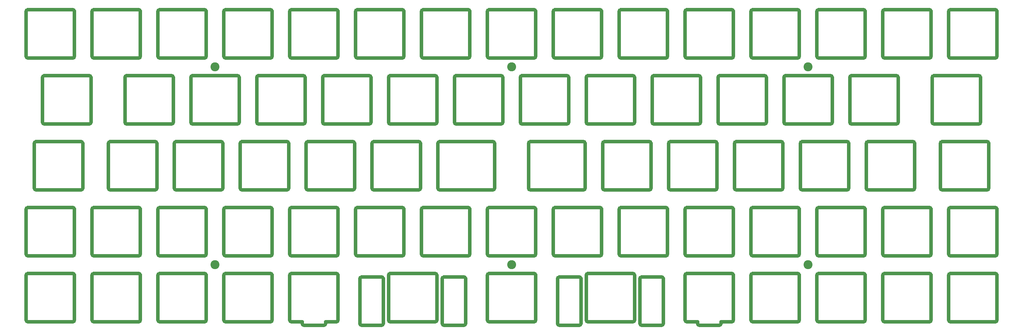
<source format=gbr>
%TF.GenerationSoftware,KiCad,Pcbnew,7.0.10*%
%TF.CreationDate,2024-02-11T20:50:25+01:00*%
%TF.ProjectId,katana60-pro-plate,6b617461-6e61-4363-902d-70726f2d706c,rev?*%
%TF.SameCoordinates,Original*%
%TF.FileFunction,Copper,L2,Bot*%
%TF.FilePolarity,Positive*%
%FSLAX46Y46*%
G04 Gerber Fmt 4.6, Leading zero omitted, Abs format (unit mm)*
G04 Created by KiCad (PCBNEW 7.0.10) date 2024-02-11 20:50:25*
%MOMM*%
%LPD*%
G01*
G04 APERTURE LIST*
%TA.AperFunction,EtchedComponent*%
%ADD10C,1.000000*%
%TD*%
%TA.AperFunction,ComponentPad*%
%ADD11C,2.600000*%
%TD*%
G04 APERTURE END LIST*
D10*
%TO.C,S2*%
X219668750Y-151662501D02*
X219668750Y-164662501D01*
X220168750Y-151162501D02*
X225918750Y-151162501D01*
X220168750Y-165162501D02*
X225918750Y-165162501D01*
X226418750Y-151662501D02*
X226418750Y-164662501D01*
X227950000Y-163662500D02*
X227950000Y-150662500D01*
X228450000Y-150162500D02*
X241450000Y-150162500D01*
X241450000Y-164162500D02*
X228450000Y-164162500D01*
X241950000Y-150662500D02*
X241950000Y-163662500D01*
X243481250Y-151662501D02*
X243481250Y-164662501D01*
X243981250Y-151162501D02*
X249731250Y-151162501D01*
X243981250Y-165162501D02*
X249731250Y-165162501D01*
X250231250Y-151662501D02*
X250231250Y-164662501D01*
X220168750Y-151162501D02*
G75*
G03*
X219668750Y-151662501I1J-500001D01*
G01*
X219668750Y-164662501D02*
G75*
G03*
X220168750Y-165162501I500001J1D01*
G01*
X226418750Y-151662501D02*
G75*
G03*
X225918750Y-151162501I-500001J-1D01*
G01*
X225918750Y-165162501D02*
G75*
G03*
X226418750Y-164662501I-1J500001D01*
G01*
X228450000Y-150162500D02*
G75*
G03*
X227950000Y-150662500I1J-500001D01*
G01*
X227950000Y-163662500D02*
G75*
G03*
X228450000Y-164162500I500001J1D01*
G01*
X241950000Y-150662500D02*
G75*
G03*
X241450000Y-150162500I-500000J0D01*
G01*
X241447236Y-164161436D02*
G75*
G03*
X241947236Y-163661384I-36J500036D01*
G01*
X243981250Y-151162450D02*
G75*
G03*
X243481250Y-151662501I50J-500050D01*
G01*
X243481299Y-164662501D02*
G75*
G03*
X243981250Y-165162501I500001J1D01*
G01*
X250231199Y-151662501D02*
G75*
G03*
X249731250Y-151162501I-499999J1D01*
G01*
X249731250Y-165162550D02*
G75*
G03*
X250231250Y-164662501I-50J500050D01*
G01*
%TO.C,S3*%
X142225000Y-163662500D02*
X142225000Y-150662500D01*
X142725000Y-150162500D02*
X155725000Y-150162500D01*
X145850000Y-164162500D02*
X142725000Y-164162500D01*
X145850000Y-164162500D02*
X145850000Y-164662501D01*
X146350000Y-165162501D02*
X152100000Y-165162501D01*
X152600000Y-164162500D02*
X152600000Y-164662501D01*
X152600000Y-164162500D02*
X155722236Y-164161384D01*
X156225000Y-150662500D02*
X156225000Y-163662500D01*
X199375000Y-163662500D02*
X199375000Y-150662500D01*
X199875000Y-150162500D02*
X212875000Y-150162500D01*
X212875000Y-164162500D02*
X199875000Y-164162500D01*
X213375000Y-150662500D02*
X213375000Y-163662500D01*
X256525000Y-163662500D02*
X256525000Y-150662500D01*
X257025000Y-150162500D02*
X270025000Y-150162500D01*
X260150000Y-164162500D02*
X260150000Y-164662501D01*
X260150605Y-164162500D02*
X257025000Y-164162500D01*
X260650000Y-165162501D02*
X266400000Y-165162501D01*
X266900000Y-164162500D02*
X266900000Y-164662501D01*
X266900000Y-164162500D02*
X270022236Y-164161384D01*
X270525000Y-150662500D02*
X270525000Y-163662500D01*
X142725000Y-150162500D02*
G75*
G03*
X142225000Y-150662500I1J-500001D01*
G01*
X142225000Y-163662500D02*
G75*
G03*
X142725000Y-164162500I500001J1D01*
G01*
X145850000Y-164662501D02*
G75*
G03*
X146350000Y-165162501I500001J1D01*
G01*
X152100000Y-165162501D02*
G75*
G03*
X152600000Y-164662501I-1J500001D01*
G01*
X156225000Y-150662500D02*
G75*
G03*
X155725000Y-150162500I-500001J-1D01*
G01*
X155722236Y-164161384D02*
G75*
G03*
X156222236Y-163661384I-112J500112D01*
G01*
X199875000Y-150162500D02*
G75*
G03*
X199375000Y-150662500I1J-500001D01*
G01*
X199375000Y-163662500D02*
G75*
G03*
X199875000Y-164162500I500001J1D01*
G01*
X213375000Y-150662500D02*
G75*
G03*
X212875000Y-150162500I-500000J0D01*
G01*
X212872236Y-164161436D02*
G75*
G03*
X213372236Y-163661384I-36J500036D01*
G01*
X257025000Y-150162500D02*
G75*
G03*
X256525000Y-150662500I0J-500000D01*
G01*
X256525000Y-163662500D02*
G75*
G03*
X257025000Y-164162500I500000J0D01*
G01*
X260149999Y-164662501D02*
G75*
G03*
X260650000Y-165162501I500001J1D01*
G01*
X266400000Y-165162500D02*
G75*
G03*
X266900000Y-164662501I0J500000D01*
G01*
X270525000Y-150662500D02*
G75*
G03*
X270025000Y-150162500I-500000J0D01*
G01*
X270022236Y-164161436D02*
G75*
G03*
X270522236Y-163661384I-136J500136D01*
G01*
%TO.C,S1*%
X162518750Y-151662501D02*
X162518750Y-164662501D01*
X163018750Y-151162501D02*
X168768750Y-151162501D01*
X163018750Y-165162501D02*
X168768750Y-165162501D01*
X169268750Y-151662501D02*
X169268750Y-164662501D01*
X170800000Y-163662500D02*
X170800000Y-150662500D01*
X171300000Y-150162500D02*
X184300000Y-150162500D01*
X184300000Y-164162500D02*
X171300000Y-164162500D01*
X184800000Y-150662500D02*
X184800000Y-163662500D01*
X186331250Y-151662501D02*
X186331250Y-164662501D01*
X186831250Y-151162501D02*
X192581250Y-151162501D01*
X186831250Y-165162501D02*
X192581250Y-165162501D01*
X193081250Y-151662501D02*
X193081250Y-164662501D01*
X163018750Y-151162501D02*
G75*
G03*
X162518750Y-151662501I1J-500001D01*
G01*
X162518750Y-164662501D02*
G75*
G03*
X163018750Y-165162501I500001J1D01*
G01*
X169268750Y-151662501D02*
G75*
G03*
X168768750Y-151162501I-500001J-1D01*
G01*
X168768750Y-165162501D02*
G75*
G03*
X169268750Y-164662501I-1J500001D01*
G01*
X171300000Y-150162500D02*
G75*
G03*
X170800000Y-150662500I1J-500001D01*
G01*
X170800000Y-163662500D02*
G75*
G03*
X171300000Y-164162500I500001J1D01*
G01*
X184800000Y-150662500D02*
G75*
G03*
X184300000Y-150162500I-500000J0D01*
G01*
X184297236Y-164161436D02*
G75*
G03*
X184797236Y-163661384I-36J500036D01*
G01*
X186831250Y-151162450D02*
G75*
G03*
X186331250Y-151662501I50J-500050D01*
G01*
X186331299Y-164662501D02*
G75*
G03*
X186831250Y-165162501I500001J1D01*
G01*
X193081199Y-151662501D02*
G75*
G03*
X192581250Y-151162501I-499999J1D01*
G01*
X192581250Y-165162550D02*
G75*
G03*
X193081250Y-164662501I-50J500050D01*
G01*
%TO.C,MX56*%
X270525000Y-131612500D02*
X270525000Y-144612500D01*
X270025000Y-145112500D02*
X257025000Y-145112500D01*
X257025000Y-131112500D02*
X270025000Y-131112500D01*
X256525000Y-144612500D02*
X256525000Y-131612500D01*
X270022236Y-145111384D02*
G75*
G03*
X270522236Y-144611384I2J499998D01*
G01*
X270525000Y-131612500D02*
G75*
G03*
X270025000Y-131112500I-499998J2D01*
G01*
X256525000Y-144612500D02*
G75*
G03*
X257025000Y-145112500I500000J0D01*
G01*
X257025000Y-131112500D02*
G75*
G03*
X256525000Y-131612500I0J-500000D01*
G01*
%TO.C,MX73*%
X308625000Y-150662500D02*
X308625000Y-163662500D01*
X308125000Y-164162500D02*
X295125000Y-164162500D01*
X295125000Y-150162500D02*
X308125000Y-150162500D01*
X294625000Y-163662500D02*
X294625000Y-150662500D01*
X308122236Y-164161384D02*
G75*
G03*
X308622236Y-163661384I2J499998D01*
G01*
X308625000Y-150662500D02*
G75*
G03*
X308125000Y-150162500I-499998J2D01*
G01*
X294625000Y-163662500D02*
G75*
G03*
X295125000Y-164162500I500000J0D01*
G01*
X295125000Y-150162500D02*
G75*
G03*
X294625000Y-150662500I0J-500000D01*
G01*
%TO.C,MX19*%
X146700000Y-93512500D02*
X146700000Y-106512500D01*
X146200000Y-107012500D02*
X133200000Y-107012500D01*
X133200000Y-93012500D02*
X146200000Y-93012500D01*
X132700000Y-106512500D02*
X132700000Y-93512500D01*
X146197236Y-107011384D02*
G75*
G03*
X146697236Y-106511384I2J499998D01*
G01*
X146700000Y-93512500D02*
G75*
G03*
X146200000Y-93012500I-499998J2D01*
G01*
X132700000Y-106512500D02*
G75*
G03*
X133200000Y-107012500I500000J0D01*
G01*
X133200000Y-93012500D02*
G75*
G03*
X132700000Y-93512500I0J-500000D01*
G01*
%TO.C,MX45*%
X344343750Y-112562500D02*
X344343750Y-125562500D01*
X343843750Y-126062500D02*
X330843750Y-126062500D01*
X330843750Y-112062500D02*
X343843750Y-112062500D01*
X330343750Y-125562500D02*
X330343750Y-112562500D01*
X343840986Y-126061384D02*
G75*
G03*
X344340986Y-125561384I2J499998D01*
G01*
X344343750Y-112562500D02*
G75*
G03*
X343843750Y-112062500I-499998J2D01*
G01*
X330343750Y-125562500D02*
G75*
G03*
X330843750Y-126062500I500000J0D01*
G01*
X330843750Y-112062500D02*
G75*
G03*
X330343750Y-112562500I0J-500000D01*
G01*
%TO.C,MX5*%
X156225000Y-74462500D02*
X156225000Y-87462500D01*
X155725000Y-87962500D02*
X142725000Y-87962500D01*
X142725000Y-73962500D02*
X155725000Y-73962500D01*
X142225000Y-87462500D02*
X142225000Y-74462500D01*
X155722236Y-87961384D02*
G75*
G03*
X156222236Y-87461384I2J499998D01*
G01*
X156225000Y-74462500D02*
G75*
G03*
X155725000Y-73962500I-499998J2D01*
G01*
X142225000Y-87462500D02*
G75*
G03*
X142725000Y-87962500I500000J0D01*
G01*
X142725000Y-73962500D02*
G75*
G03*
X142225000Y-74462500I0J-500000D01*
G01*
%TO.C,MX16*%
X84787500Y-93512500D02*
X84787500Y-106512500D01*
X84287500Y-107012500D02*
X71287500Y-107012500D01*
X71287500Y-93012500D02*
X84287500Y-93012500D01*
X70787500Y-106512500D02*
X70787500Y-93512500D01*
X84284736Y-107011384D02*
G75*
G03*
X84784736Y-106511384I2J499998D01*
G01*
X84787500Y-93512500D02*
G75*
G03*
X84287500Y-93012500I-499998J2D01*
G01*
X70787500Y-106512500D02*
G75*
G03*
X71287500Y-107012500I500000J0D01*
G01*
X71287500Y-93012500D02*
G75*
G03*
X70787500Y-93512500I0J-500000D01*
G01*
%TO.C,MX51*%
X175275000Y-131612500D02*
X175275000Y-144612500D01*
X174775000Y-145112500D02*
X161775000Y-145112500D01*
X161775000Y-131112500D02*
X174775000Y-131112500D01*
X161275000Y-144612500D02*
X161275000Y-131612500D01*
X174772236Y-145111384D02*
G75*
G03*
X175272236Y-144611384I2J499998D01*
G01*
X175275000Y-131612500D02*
G75*
G03*
X174775000Y-131112500I-499998J2D01*
G01*
X161275000Y-144612500D02*
G75*
G03*
X161775000Y-145112500I500000J0D01*
G01*
X161775000Y-131112500D02*
G75*
G03*
X161275000Y-131612500I0J-500000D01*
G01*
%TO.C,MX40*%
X246712500Y-112562500D02*
X246712500Y-125562500D01*
X246212500Y-126062500D02*
X233212500Y-126062500D01*
X233212500Y-112062500D02*
X246212500Y-112062500D01*
X232712500Y-125562500D02*
X232712500Y-112562500D01*
X246209736Y-126061384D02*
G75*
G03*
X246709736Y-125561384I2J499998D01*
G01*
X246712500Y-112562500D02*
G75*
G03*
X246212500Y-112062500I-499998J2D01*
G01*
X232712500Y-125562500D02*
G75*
G03*
X233212500Y-126062500I500000J0D01*
G01*
X233212500Y-112062500D02*
G75*
G03*
X232712500Y-112562500I0J-500000D01*
G01*
%TO.C,MX8*%
X213375000Y-74462500D02*
X213375000Y-87462500D01*
X212875000Y-87962500D02*
X199875000Y-87962500D01*
X199875000Y-73962500D02*
X212875000Y-73962500D01*
X199375000Y-87462500D02*
X199375000Y-74462500D01*
X212872236Y-87961384D02*
G75*
G03*
X213372236Y-87461384I2J499998D01*
G01*
X213375000Y-74462500D02*
G75*
G03*
X212875000Y-73962500I-499998J2D01*
G01*
X199375000Y-87462500D02*
G75*
G03*
X199875000Y-87962500I500000J0D01*
G01*
X199875000Y-73962500D02*
G75*
G03*
X199375000Y-74462500I0J-500000D01*
G01*
%TO.C,MX7*%
X194325000Y-74462500D02*
X194325000Y-87462500D01*
X193825000Y-87962500D02*
X180825000Y-87962500D01*
X180825000Y-73962500D02*
X193825000Y-73962500D01*
X180325000Y-87462500D02*
X180325000Y-74462500D01*
X193822236Y-87961384D02*
G75*
G03*
X194322236Y-87461384I2J499998D01*
G01*
X194325000Y-74462500D02*
G75*
G03*
X193825000Y-73962500I-499998J2D01*
G01*
X180325000Y-87462500D02*
G75*
G03*
X180825000Y-87962500I500000J0D01*
G01*
X180825000Y-73962500D02*
G75*
G03*
X180325000Y-74462500I0J-500000D01*
G01*
%TO.C,MX26*%
X261000000Y-93512500D02*
X261000000Y-106512500D01*
X260500000Y-107012500D02*
X247500000Y-107012500D01*
X247500000Y-93012500D02*
X260500000Y-93012500D01*
X247000000Y-106512500D02*
X247000000Y-93512500D01*
X260497236Y-107011384D02*
G75*
G03*
X260997236Y-106511384I2J499998D01*
G01*
X261000000Y-93512500D02*
G75*
G03*
X260500000Y-93012500I-499998J2D01*
G01*
X247000000Y-106512500D02*
G75*
G03*
X247500000Y-107012500I500000J0D01*
G01*
X247500000Y-93012500D02*
G75*
G03*
X247000000Y-93512500I0J-500000D01*
G01*
%TO.C,MX41*%
X265762500Y-112562500D02*
X265762500Y-125562500D01*
X265262500Y-126062500D02*
X252262500Y-126062500D01*
X252262500Y-112062500D02*
X265262500Y-112062500D01*
X251762500Y-125562500D02*
X251762500Y-112562500D01*
X265259736Y-126061384D02*
G75*
G03*
X265759736Y-125561384I2J499998D01*
G01*
X265762500Y-112562500D02*
G75*
G03*
X265262500Y-112062500I-499998J2D01*
G01*
X251762500Y-125562500D02*
G75*
G03*
X252262500Y-126062500I500000J0D01*
G01*
X252262500Y-112062500D02*
G75*
G03*
X251762500Y-112562500I0J-500000D01*
G01*
%TO.C,MX48*%
X118125000Y-131612500D02*
X118125000Y-144612500D01*
X117625000Y-145112500D02*
X104625000Y-145112500D01*
X104625000Y-131112500D02*
X117625000Y-131112500D01*
X104125000Y-144612500D02*
X104125000Y-131612500D01*
X117622236Y-145111384D02*
G75*
G03*
X118122236Y-144611384I2J499998D01*
G01*
X118125000Y-131612500D02*
G75*
G03*
X117625000Y-131112500I-499998J2D01*
G01*
X104125000Y-144612500D02*
G75*
G03*
X104625000Y-145112500I500000J0D01*
G01*
X104625000Y-131112500D02*
G75*
G03*
X104125000Y-131612500I0J-500000D01*
G01*
%TO.C,MX22*%
X203850000Y-93512500D02*
X203850000Y-106512500D01*
X203350000Y-107012500D02*
X190350000Y-107012500D01*
X190350000Y-93012500D02*
X203350000Y-93012500D01*
X189850000Y-106512500D02*
X189850000Y-93512500D01*
X203347236Y-107011384D02*
G75*
G03*
X203847236Y-106511384I2J499998D01*
G01*
X203850000Y-93512500D02*
G75*
G03*
X203350000Y-93012500I-499998J2D01*
G01*
X189850000Y-106512500D02*
G75*
G03*
X190350000Y-107012500I500000J0D01*
G01*
X190350000Y-93012500D02*
G75*
G03*
X189850000Y-93512500I0J-500000D01*
G01*
%TO.C,MX35*%
X160987500Y-112562500D02*
X160987500Y-125562500D01*
X160487500Y-126062500D02*
X147487500Y-126062500D01*
X147487500Y-112062500D02*
X160487500Y-112062500D01*
X146987500Y-125562500D02*
X146987500Y-112562500D01*
X160484736Y-126061384D02*
G75*
G03*
X160984736Y-125561384I2J499998D01*
G01*
X160987500Y-112562500D02*
G75*
G03*
X160487500Y-112062500I-499998J2D01*
G01*
X146987500Y-125562500D02*
G75*
G03*
X147487500Y-126062500I500000J0D01*
G01*
X147487500Y-112062500D02*
G75*
G03*
X146987500Y-112562500I0J-500000D01*
G01*
%TO.C,MX32*%
X103837500Y-112562500D02*
X103837500Y-125562500D01*
X103337500Y-126062500D02*
X90337500Y-126062500D01*
X90337500Y-112062500D02*
X103337500Y-112062500D01*
X89837500Y-125562500D02*
X89837500Y-112562500D01*
X103334736Y-126061384D02*
G75*
G03*
X103834736Y-125561384I2J499998D01*
G01*
X103837500Y-112562500D02*
G75*
G03*
X103337500Y-112062500I-499998J2D01*
G01*
X89837500Y-125562500D02*
G75*
G03*
X90337500Y-126062500I500000J0D01*
G01*
X90337500Y-112062500D02*
G75*
G03*
X89837500Y-112562500I0J-500000D01*
G01*
%TO.C,MX2*%
X85075000Y-87462500D02*
X85075000Y-74462500D01*
X85575000Y-73962500D02*
X98575000Y-73962500D01*
X98575000Y-87962500D02*
X85575000Y-87962500D01*
X99075000Y-74462500D02*
X99075000Y-87462500D01*
X85577764Y-73963616D02*
G75*
G03*
X85077764Y-74463616I-2J-499998D01*
G01*
X85075000Y-87462500D02*
G75*
G03*
X85575000Y-87962500I499998J-2D01*
G01*
X99075000Y-74462500D02*
G75*
G03*
X98575000Y-73962500I-500000J0D01*
G01*
X98575000Y-87962500D02*
G75*
G03*
X99075000Y-87462500I0J500000D01*
G01*
%TO.C,MX14*%
X327675000Y-74462500D02*
X327675000Y-87462500D01*
X327175000Y-87962500D02*
X314175000Y-87962500D01*
X314175000Y-73962500D02*
X327175000Y-73962500D01*
X313675000Y-87462500D02*
X313675000Y-74462500D01*
X327172236Y-87961384D02*
G75*
G03*
X327672236Y-87461384I2J499998D01*
G01*
X327675000Y-74462500D02*
G75*
G03*
X327175000Y-73962500I-499998J2D01*
G01*
X313675000Y-87462500D02*
G75*
G03*
X314175000Y-87962500I500000J0D01*
G01*
X314175000Y-73962500D02*
G75*
G03*
X313675000Y-74462500I0J-500000D01*
G01*
%TO.C,MX54*%
X232425000Y-131612500D02*
X232425000Y-144612500D01*
X231925000Y-145112500D02*
X218925000Y-145112500D01*
X218925000Y-131112500D02*
X231925000Y-131112500D01*
X218425000Y-144612500D02*
X218425000Y-131612500D01*
X231922236Y-145111384D02*
G75*
G03*
X232422236Y-144611384I2J499998D01*
G01*
X232425000Y-131612500D02*
G75*
G03*
X231925000Y-131112500I-499998J2D01*
G01*
X218425000Y-144612500D02*
G75*
G03*
X218925000Y-145112500I500000J0D01*
G01*
X218925000Y-131112500D02*
G75*
G03*
X218425000Y-131612500I0J-500000D01*
G01*
%TO.C,MX10*%
X251475000Y-74462500D02*
X251475000Y-87462500D01*
X250975000Y-87962500D02*
X237975000Y-87962500D01*
X237975000Y-73962500D02*
X250975000Y-73962500D01*
X237475000Y-87462500D02*
X237475000Y-74462500D01*
X250972236Y-87961384D02*
G75*
G03*
X251472236Y-87461384I2J499998D01*
G01*
X251475000Y-74462500D02*
G75*
G03*
X250975000Y-73962500I-499998J2D01*
G01*
X237475000Y-87462500D02*
G75*
G03*
X237975000Y-87962500I500000J0D01*
G01*
X237975000Y-73962500D02*
G75*
G03*
X237475000Y-74462500I0J-500000D01*
G01*
%TO.C,MX20*%
X165750000Y-93512500D02*
X165750000Y-106512500D01*
X165250000Y-107012500D02*
X152250000Y-107012500D01*
X152250000Y-93012500D02*
X165250000Y-93012500D01*
X151750000Y-106512500D02*
X151750000Y-93512500D01*
X165247236Y-107011384D02*
G75*
G03*
X165747236Y-106511384I2J499998D01*
G01*
X165750000Y-93512500D02*
G75*
G03*
X165250000Y-93012500I-499998J2D01*
G01*
X151750000Y-106512500D02*
G75*
G03*
X152250000Y-107012500I500000J0D01*
G01*
X152250000Y-93012500D02*
G75*
G03*
X151750000Y-93512500I0J-500000D01*
G01*
%TO.C,MX42*%
X284812500Y-112562500D02*
X284812500Y-125562500D01*
X284312500Y-126062500D02*
X271312500Y-126062500D01*
X271312500Y-112062500D02*
X284312500Y-112062500D01*
X270812500Y-125562500D02*
X270812500Y-112562500D01*
X284309736Y-126061384D02*
G75*
G03*
X284809736Y-125561384I2J499998D01*
G01*
X284812500Y-112562500D02*
G75*
G03*
X284312500Y-112062500I-499998J2D01*
G01*
X270812500Y-125562500D02*
G75*
G03*
X271312500Y-126062500I500000J0D01*
G01*
X271312500Y-112062500D02*
G75*
G03*
X270812500Y-112562500I0J-500000D01*
G01*
%TO.C,MX24*%
X222900000Y-93512500D02*
X222900000Y-106512500D01*
X222400000Y-107012500D02*
X209400000Y-107012500D01*
X209400000Y-93012500D02*
X222400000Y-93012500D01*
X208900000Y-106512500D02*
X208900000Y-93512500D01*
X222397236Y-107011384D02*
G75*
G03*
X222897236Y-106511384I2J499998D01*
G01*
X222900000Y-93512500D02*
G75*
G03*
X222400000Y-93012500I-499998J2D01*
G01*
X208900000Y-106512500D02*
G75*
G03*
X209400000Y-107012500I500000J0D01*
G01*
X209400000Y-93012500D02*
G75*
G03*
X208900000Y-93512500I0J-500000D01*
G01*
%TO.C,MX12*%
X289575000Y-74462500D02*
X289575000Y-87462500D01*
X289075000Y-87962500D02*
X276075000Y-87962500D01*
X276075000Y-73962500D02*
X289075000Y-73962500D01*
X275575000Y-87462500D02*
X275575000Y-74462500D01*
X289072236Y-87961384D02*
G75*
G03*
X289572236Y-87461384I2J499998D01*
G01*
X289575000Y-74462500D02*
G75*
G03*
X289075000Y-73962500I-499998J2D01*
G01*
X275575000Y-87462500D02*
G75*
G03*
X276075000Y-87962500I500000J0D01*
G01*
X276075000Y-73962500D02*
G75*
G03*
X275575000Y-74462500I0J-500000D01*
G01*
%TO.C,MX46*%
X80025000Y-131612500D02*
X80025000Y-144612500D01*
X79525000Y-145112500D02*
X66525000Y-145112500D01*
X66525000Y-131112500D02*
X79525000Y-131112500D01*
X66025000Y-144612500D02*
X66025000Y-131612500D01*
X79522236Y-145111384D02*
G75*
G03*
X80022236Y-144611384I2J499998D01*
G01*
X80025000Y-131612500D02*
G75*
G03*
X79525000Y-131112500I-499998J2D01*
G01*
X66025000Y-144612500D02*
G75*
G03*
X66525000Y-145112500I500000J0D01*
G01*
X66525000Y-131112500D02*
G75*
G03*
X66025000Y-131612500I0J-500000D01*
G01*
%TO.C,MX15*%
X346725000Y-74462500D02*
X346725000Y-87462500D01*
X346225000Y-87962500D02*
X333225000Y-87962500D01*
X333225000Y-73962500D02*
X346225000Y-73962500D01*
X332725000Y-87462500D02*
X332725000Y-74462500D01*
X346222236Y-87961384D02*
G75*
G03*
X346722236Y-87461384I2J499998D01*
G01*
X346725000Y-74462500D02*
G75*
G03*
X346225000Y-73962500I-499998J2D01*
G01*
X332725000Y-87462500D02*
G75*
G03*
X333225000Y-87962500I500000J0D01*
G01*
X333225000Y-73962500D02*
G75*
G03*
X332725000Y-74462500I0J-500000D01*
G01*
%TO.C,MX50*%
X156225000Y-131612500D02*
X156225000Y-144612500D01*
X155725000Y-145112500D02*
X142725000Y-145112500D01*
X142725000Y-131112500D02*
X155725000Y-131112500D01*
X142225000Y-144612500D02*
X142225000Y-131612500D01*
X155722236Y-145111384D02*
G75*
G03*
X156222236Y-144611384I2J499998D01*
G01*
X156225000Y-131612500D02*
G75*
G03*
X155725000Y-131112500I-499998J2D01*
G01*
X142225000Y-144612500D02*
G75*
G03*
X142725000Y-145112500I500000J0D01*
G01*
X142725000Y-131112500D02*
G75*
G03*
X142225000Y-131612500I0J-500000D01*
G01*
%TO.C,MX1*%
X66025000Y-87462500D02*
X66025000Y-74462500D01*
X66525000Y-73962500D02*
X79525000Y-73962500D01*
X79525000Y-87962500D02*
X66525000Y-87962500D01*
X80025000Y-74462500D02*
X80025000Y-87462500D01*
X66527764Y-73963616D02*
G75*
G03*
X66027764Y-74463616I-2J-499998D01*
G01*
X66025000Y-87462500D02*
G75*
G03*
X66525000Y-87962500I499998J-2D01*
G01*
X80025000Y-74462500D02*
G75*
G03*
X79525000Y-73962500I-500000J0D01*
G01*
X79525000Y-87962500D02*
G75*
G03*
X80025000Y-87462500I0J500000D01*
G01*
%TO.C,MX29*%
X318150000Y-93512500D02*
X318150000Y-106512500D01*
X317650000Y-107012500D02*
X304650000Y-107012500D01*
X304650000Y-93012500D02*
X317650000Y-93012500D01*
X304150000Y-106512500D02*
X304150000Y-93512500D01*
X317647236Y-107011384D02*
G75*
G03*
X318147236Y-106511384I2J499998D01*
G01*
X318150000Y-93512500D02*
G75*
G03*
X317650000Y-93012500I-499998J2D01*
G01*
X304150000Y-106512500D02*
G75*
G03*
X304650000Y-107012500I500000J0D01*
G01*
X304650000Y-93012500D02*
G75*
G03*
X304150000Y-93512500I0J-500000D01*
G01*
%TO.C,MX57*%
X289575000Y-131612500D02*
X289575000Y-144612500D01*
X289075000Y-145112500D02*
X276075000Y-145112500D01*
X276075000Y-131112500D02*
X289075000Y-131112500D01*
X275575000Y-144612500D02*
X275575000Y-131612500D01*
X289072236Y-145111384D02*
G75*
G03*
X289572236Y-144611384I2J499998D01*
G01*
X289575000Y-131612500D02*
G75*
G03*
X289075000Y-131112500I-499998J2D01*
G01*
X275575000Y-144612500D02*
G75*
G03*
X276075000Y-145112500I500000J0D01*
G01*
X276075000Y-131112500D02*
G75*
G03*
X275575000Y-131612500I0J-500000D01*
G01*
%TO.C,MX18*%
X127650000Y-93512500D02*
X127650000Y-106512500D01*
X127150000Y-107012500D02*
X114150000Y-107012500D01*
X114150000Y-93012500D02*
X127150000Y-93012500D01*
X113650000Y-106512500D02*
X113650000Y-93512500D01*
X127147236Y-107011384D02*
G75*
G03*
X127647236Y-106511384I2J499998D01*
G01*
X127650000Y-93512500D02*
G75*
G03*
X127150000Y-93012500I-499998J2D01*
G01*
X113650000Y-106512500D02*
G75*
G03*
X114150000Y-107012500I500000J0D01*
G01*
X114150000Y-93012500D02*
G75*
G03*
X113650000Y-93512500I0J-500000D01*
G01*
%TO.C,MX31*%
X82406250Y-112562500D02*
X82406250Y-125562500D01*
X81906250Y-126062500D02*
X68906250Y-126062500D01*
X68906250Y-112062500D02*
X81906250Y-112062500D01*
X68406250Y-125562500D02*
X68406250Y-112562500D01*
X81903486Y-126061384D02*
G75*
G03*
X82403486Y-125561384I2J499998D01*
G01*
X82406250Y-112562500D02*
G75*
G03*
X81906250Y-112062500I-499998J2D01*
G01*
X68406250Y-125562500D02*
G75*
G03*
X68906250Y-126062500I500000J0D01*
G01*
X68906250Y-112062500D02*
G75*
G03*
X68406250Y-112562500I0J-500000D01*
G01*
%TO.C,MX44*%
X322912500Y-112562500D02*
X322912500Y-125562500D01*
X322412500Y-126062500D02*
X309412500Y-126062500D01*
X309412500Y-112062500D02*
X322412500Y-112062500D01*
X308912500Y-125562500D02*
X308912500Y-112562500D01*
X322409736Y-126061384D02*
G75*
G03*
X322909736Y-125561384I2J499998D01*
G01*
X322912500Y-112562500D02*
G75*
G03*
X322412500Y-112062500I-499998J2D01*
G01*
X308912500Y-125562500D02*
G75*
G03*
X309412500Y-126062500I500000J0D01*
G01*
X309412500Y-112062500D02*
G75*
G03*
X308912500Y-112562500I0J-500000D01*
G01*
%TO.C,MX21*%
X184800000Y-93512500D02*
X184800000Y-106512500D01*
X184300000Y-107012500D02*
X171300000Y-107012500D01*
X171300000Y-93012500D02*
X184300000Y-93012500D01*
X170800000Y-106512500D02*
X170800000Y-93512500D01*
X184297236Y-107011384D02*
G75*
G03*
X184797236Y-106511384I2J499998D01*
G01*
X184800000Y-93512500D02*
G75*
G03*
X184300000Y-93012500I-499998J2D01*
G01*
X170800000Y-106512500D02*
G75*
G03*
X171300000Y-107012500I500000J0D01*
G01*
X171300000Y-93012500D02*
G75*
G03*
X170800000Y-93512500I0J-500000D01*
G01*
%TO.C,MX59*%
X327675000Y-131612500D02*
X327675000Y-144612500D01*
X327175000Y-145112500D02*
X314175000Y-145112500D01*
X314175000Y-131112500D02*
X327175000Y-131112500D01*
X313675000Y-144612500D02*
X313675000Y-131612500D01*
X327172236Y-145111384D02*
G75*
G03*
X327672236Y-144611384I2J499998D01*
G01*
X327675000Y-131612500D02*
G75*
G03*
X327175000Y-131112500I-499998J2D01*
G01*
X313675000Y-144612500D02*
G75*
G03*
X314175000Y-145112500I500000J0D01*
G01*
X314175000Y-131112500D02*
G75*
G03*
X313675000Y-131612500I0J-500000D01*
G01*
%TO.C,MX43*%
X303862500Y-112562500D02*
X303862500Y-125562500D01*
X303362500Y-126062500D02*
X290362500Y-126062500D01*
X290362500Y-112062500D02*
X303362500Y-112062500D01*
X289862500Y-125562500D02*
X289862500Y-112562500D01*
X303359736Y-126061384D02*
G75*
G03*
X303859736Y-125561384I2J499998D01*
G01*
X303862500Y-112562500D02*
G75*
G03*
X303362500Y-112062500I-499998J2D01*
G01*
X289862500Y-125562500D02*
G75*
G03*
X290362500Y-126062500I500000J0D01*
G01*
X290362500Y-112062500D02*
G75*
G03*
X289862500Y-112562500I0J-500000D01*
G01*
%TO.C,MX75*%
X346725000Y-150662500D02*
X346725000Y-163662500D01*
X346225000Y-164162500D02*
X333225000Y-164162500D01*
X333225000Y-150162500D02*
X346225000Y-150162500D01*
X332725000Y-163662500D02*
X332725000Y-150662500D01*
X346222236Y-164161384D02*
G75*
G03*
X346722236Y-163661384I2J499998D01*
G01*
X346725000Y-150662500D02*
G75*
G03*
X346225000Y-150162500I-499998J2D01*
G01*
X332725000Y-163662500D02*
G75*
G03*
X333225000Y-164162500I500000J0D01*
G01*
X333225000Y-150162500D02*
G75*
G03*
X332725000Y-150662500I0J-500000D01*
G01*
%TO.C,MX36*%
X180037500Y-112562500D02*
X180037500Y-125562500D01*
X179537500Y-126062500D02*
X166537500Y-126062500D01*
X166537500Y-112062500D02*
X179537500Y-112062500D01*
X166037500Y-125562500D02*
X166037500Y-112562500D01*
X179534736Y-126061384D02*
G75*
G03*
X180034736Y-125561384I2J499998D01*
G01*
X180037500Y-112562500D02*
G75*
G03*
X179537500Y-112062500I-499998J2D01*
G01*
X166037500Y-125562500D02*
G75*
G03*
X166537500Y-126062500I500000J0D01*
G01*
X166537500Y-112062500D02*
G75*
G03*
X166037500Y-112562500I0J-500000D01*
G01*
%TO.C,MX11*%
X270525000Y-74462500D02*
X270525000Y-87462500D01*
X270025000Y-87962500D02*
X257025000Y-87962500D01*
X257025000Y-73962500D02*
X270025000Y-73962500D01*
X256525000Y-87462500D02*
X256525000Y-74462500D01*
X270022236Y-87961384D02*
G75*
G03*
X270522236Y-87461384I2J499998D01*
G01*
X270525000Y-74462500D02*
G75*
G03*
X270025000Y-73962500I-499998J2D01*
G01*
X256525000Y-87462500D02*
G75*
G03*
X257025000Y-87962500I500000J0D01*
G01*
X257025000Y-73962500D02*
G75*
G03*
X256525000Y-74462500I0J-500000D01*
G01*
%TO.C,MX61*%
X80025000Y-150662500D02*
X80025000Y-163662500D01*
X79525000Y-164162500D02*
X66525000Y-164162500D01*
X66525000Y-150162500D02*
X79525000Y-150162500D01*
X66025000Y-163662500D02*
X66025000Y-150662500D01*
X79522236Y-164161384D02*
G75*
G03*
X80022236Y-163661384I2J499998D01*
G01*
X80025000Y-150662500D02*
G75*
G03*
X79525000Y-150162500I-499998J2D01*
G01*
X66025000Y-163662500D02*
G75*
G03*
X66525000Y-164162500I500000J0D01*
G01*
X66525000Y-150162500D02*
G75*
G03*
X66025000Y-150662500I0J-500000D01*
G01*
%TO.C,MX27*%
X280050000Y-93512500D02*
X280050000Y-106512500D01*
X279550000Y-107012500D02*
X266550000Y-107012500D01*
X266550000Y-93012500D02*
X279550000Y-93012500D01*
X266050000Y-106512500D02*
X266050000Y-93512500D01*
X279547236Y-107011384D02*
G75*
G03*
X280047236Y-106511384I2J499998D01*
G01*
X280050000Y-93512500D02*
G75*
G03*
X279550000Y-93012500I-499998J2D01*
G01*
X266050000Y-106512500D02*
G75*
G03*
X266550000Y-107012500I500000J0D01*
G01*
X266550000Y-93012500D02*
G75*
G03*
X266050000Y-93512500I0J-500000D01*
G01*
%TO.C,MX47*%
X99075000Y-131612500D02*
X99075000Y-144612500D01*
X98575000Y-145112500D02*
X85575000Y-145112500D01*
X85575000Y-131112500D02*
X98575000Y-131112500D01*
X85075000Y-144612500D02*
X85075000Y-131612500D01*
X98572236Y-145111384D02*
G75*
G03*
X99072236Y-144611384I2J499998D01*
G01*
X99075000Y-131612500D02*
G75*
G03*
X98575000Y-131112500I-499998J2D01*
G01*
X85075000Y-144612500D02*
G75*
G03*
X85575000Y-145112500I500000J0D01*
G01*
X85575000Y-131112500D02*
G75*
G03*
X85075000Y-131612500I0J-500000D01*
G01*
%TO.C,MX3*%
X118125000Y-74462500D02*
X118125000Y-87462500D01*
X117625000Y-87962500D02*
X104625000Y-87962500D01*
X104625000Y-73962500D02*
X117625000Y-73962500D01*
X104125000Y-87462500D02*
X104125000Y-74462500D01*
X117622236Y-87961384D02*
G75*
G03*
X118122236Y-87461384I2J499998D01*
G01*
X118125000Y-74462500D02*
G75*
G03*
X117625000Y-73962500I-499998J2D01*
G01*
X104125000Y-87462500D02*
G75*
G03*
X104625000Y-87962500I500000J0D01*
G01*
X104625000Y-73962500D02*
G75*
G03*
X104125000Y-74462500I0J-500000D01*
G01*
%TO.C,MX33*%
X122887500Y-112562500D02*
X122887500Y-125562500D01*
X122387500Y-126062500D02*
X109387500Y-126062500D01*
X109387500Y-112062500D02*
X122387500Y-112062500D01*
X108887500Y-125562500D02*
X108887500Y-112562500D01*
X122384736Y-126061384D02*
G75*
G03*
X122884736Y-125561384I2J499998D01*
G01*
X122887500Y-112562500D02*
G75*
G03*
X122387500Y-112062500I-499998J2D01*
G01*
X108887500Y-125562500D02*
G75*
G03*
X109387500Y-126062500I500000J0D01*
G01*
X109387500Y-112062500D02*
G75*
G03*
X108887500Y-112562500I0J-500000D01*
G01*
%TO.C,MX49*%
X137175000Y-131612500D02*
X137175000Y-144612500D01*
X136675000Y-145112500D02*
X123675000Y-145112500D01*
X123675000Y-131112500D02*
X136675000Y-131112500D01*
X123175000Y-144612500D02*
X123175000Y-131612500D01*
X136672236Y-145111384D02*
G75*
G03*
X137172236Y-144611384I2J499998D01*
G01*
X137175000Y-131612500D02*
G75*
G03*
X136675000Y-131112500I-499998J2D01*
G01*
X123175000Y-144612500D02*
G75*
G03*
X123675000Y-145112500I500000J0D01*
G01*
X123675000Y-131112500D02*
G75*
G03*
X123175000Y-131612500I0J-500000D01*
G01*
%TO.C,MX39_2*%
X211281250Y-125562500D02*
X211281250Y-112562500D01*
X211781250Y-112062500D02*
X227162500Y-112062500D01*
X227162500Y-126062500D02*
X211781250Y-126062500D01*
X227662500Y-112562500D02*
X227662500Y-125562500D01*
X211784014Y-112063616D02*
G75*
G03*
X211284014Y-112563616I-2J-499998D01*
G01*
X211281250Y-125562500D02*
G75*
G03*
X211781250Y-126062500I499998J-2D01*
G01*
X227662450Y-112562500D02*
G75*
G03*
X227162500Y-112062500I-500000J0D01*
G01*
X227162500Y-126062550D02*
G75*
G03*
X227662500Y-125562500I-50J500050D01*
G01*
%TO.C,MX64*%
X137175000Y-150662500D02*
X137175000Y-163662500D01*
X136675000Y-164162500D02*
X123675000Y-164162500D01*
X123675000Y-150162500D02*
X136675000Y-150162500D01*
X123175000Y-163662500D02*
X123175000Y-150662500D01*
X136672236Y-164161384D02*
G75*
G03*
X137172236Y-163661384I2J499998D01*
G01*
X137175000Y-150662500D02*
G75*
G03*
X136675000Y-150162500I-499998J2D01*
G01*
X123175000Y-163662500D02*
G75*
G03*
X123675000Y-164162500I500000J0D01*
G01*
X123675000Y-150162500D02*
G75*
G03*
X123175000Y-150662500I0J-500000D01*
G01*
%TO.C,MX60*%
X346725000Y-131612500D02*
X346725000Y-144612500D01*
X346225000Y-145112500D02*
X333225000Y-145112500D01*
X333225000Y-131112500D02*
X346225000Y-131112500D01*
X332725000Y-144612500D02*
X332725000Y-131612500D01*
X346222236Y-145111384D02*
G75*
G03*
X346722236Y-144611384I2J499998D01*
G01*
X346725000Y-131612500D02*
G75*
G03*
X346225000Y-131112500I-499998J2D01*
G01*
X332725000Y-144612500D02*
G75*
G03*
X333225000Y-145112500I500000J0D01*
G01*
X333225000Y-131112500D02*
G75*
G03*
X332725000Y-131612500I0J-500000D01*
G01*
%TO.C,MX13*%
X308625000Y-74462500D02*
X308625000Y-87462500D01*
X308125000Y-87962500D02*
X295125000Y-87962500D01*
X295125000Y-73962500D02*
X308125000Y-73962500D01*
X294625000Y-87462500D02*
X294625000Y-74462500D01*
X308122236Y-87961384D02*
G75*
G03*
X308622236Y-87461384I2J499998D01*
G01*
X308625000Y-74462500D02*
G75*
G03*
X308125000Y-73962500I-499998J2D01*
G01*
X294625000Y-87462500D02*
G75*
G03*
X295125000Y-87962500I500000J0D01*
G01*
X295125000Y-73962500D02*
G75*
G03*
X294625000Y-74462500I0J-500000D01*
G01*
%TO.C,MX9*%
X232425000Y-74462500D02*
X232425000Y-87462500D01*
X231925000Y-87962500D02*
X218925000Y-87962500D01*
X218925000Y-73962500D02*
X231925000Y-73962500D01*
X218425000Y-87462500D02*
X218425000Y-74462500D01*
X231922236Y-87961384D02*
G75*
G03*
X232422236Y-87461384I2J499998D01*
G01*
X232425000Y-74462500D02*
G75*
G03*
X231925000Y-73962500I-499998J2D01*
G01*
X218425000Y-87462500D02*
G75*
G03*
X218925000Y-87962500I500000J0D01*
G01*
X218925000Y-73962500D02*
G75*
G03*
X218425000Y-74462500I0J-500000D01*
G01*
%TO.C,MX34*%
X141937500Y-112562500D02*
X141937500Y-125562500D01*
X141437500Y-126062500D02*
X128437500Y-126062500D01*
X128437500Y-112062500D02*
X141437500Y-112062500D01*
X127937500Y-125562500D02*
X127937500Y-112562500D01*
X141434736Y-126061384D02*
G75*
G03*
X141934736Y-125561384I2J499998D01*
G01*
X141937500Y-112562500D02*
G75*
G03*
X141437500Y-112062500I-499998J2D01*
G01*
X127937500Y-125562500D02*
G75*
G03*
X128437500Y-126062500I500000J0D01*
G01*
X128437500Y-112062500D02*
G75*
G03*
X127937500Y-112562500I0J-500000D01*
G01*
%TO.C,MX63*%
X118125000Y-150662500D02*
X118125000Y-163662500D01*
X117625000Y-164162500D02*
X104625000Y-164162500D01*
X104625000Y-150162500D02*
X117625000Y-150162500D01*
X104125000Y-163662500D02*
X104125000Y-150662500D01*
X117622236Y-164161384D02*
G75*
G03*
X118122236Y-163661384I2J499998D01*
G01*
X118125000Y-150662500D02*
G75*
G03*
X117625000Y-150162500I-499998J2D01*
G01*
X104125000Y-163662500D02*
G75*
G03*
X104625000Y-164162500I500000J0D01*
G01*
X104625000Y-150162500D02*
G75*
G03*
X104125000Y-150662500I0J-500000D01*
G01*
%TO.C,MX53*%
X213375000Y-131612500D02*
X213375000Y-144612500D01*
X212875000Y-145112500D02*
X199875000Y-145112500D01*
X199875000Y-131112500D02*
X212875000Y-131112500D01*
X199375000Y-144612500D02*
X199375000Y-131612500D01*
X212872236Y-145111384D02*
G75*
G03*
X213372236Y-144611384I2J499998D01*
G01*
X213375000Y-131612500D02*
G75*
G03*
X212875000Y-131112500I-499998J2D01*
G01*
X199375000Y-144612500D02*
G75*
G03*
X199875000Y-145112500I500000J0D01*
G01*
X199875000Y-131112500D02*
G75*
G03*
X199375000Y-131612500I0J-500000D01*
G01*
%TO.C,MX37_2*%
X185087500Y-125562500D02*
X185087500Y-112562500D01*
X185587500Y-112062500D02*
X200968750Y-112062500D01*
X200968750Y-126062500D02*
X185587500Y-126062500D01*
X201468750Y-112562500D02*
X201468750Y-125562500D01*
X185590264Y-112063616D02*
G75*
G03*
X185090264Y-112563616I-2J-499998D01*
G01*
X185087500Y-125562500D02*
G75*
G03*
X185587500Y-126062500I499998J-2D01*
G01*
X201468750Y-112562500D02*
G75*
G03*
X200968750Y-112062500I-500000J0D01*
G01*
X200968750Y-126062500D02*
G75*
G03*
X201468750Y-125562500I0J500000D01*
G01*
%TO.C,MX74*%
X327675000Y-150662500D02*
X327675000Y-163662500D01*
X327175000Y-164162500D02*
X314175000Y-164162500D01*
X314175000Y-150162500D02*
X327175000Y-150162500D01*
X313675000Y-163662500D02*
X313675000Y-150662500D01*
X327172236Y-164161384D02*
G75*
G03*
X327672236Y-163661384I2J499998D01*
G01*
X327675000Y-150662500D02*
G75*
G03*
X327175000Y-150162500I-499998J2D01*
G01*
X313675000Y-163662500D02*
G75*
G03*
X314175000Y-164162500I500000J0D01*
G01*
X314175000Y-150162500D02*
G75*
G03*
X313675000Y-150662500I0J-500000D01*
G01*
%TO.C,MX4*%
X137175000Y-74462500D02*
X137175000Y-87462500D01*
X136675000Y-87962500D02*
X123675000Y-87962500D01*
X123675000Y-73962500D02*
X136675000Y-73962500D01*
X123175000Y-87462500D02*
X123175000Y-74462500D01*
X136672236Y-87961384D02*
G75*
G03*
X137172236Y-87461384I2J499998D01*
G01*
X137175000Y-74462500D02*
G75*
G03*
X136675000Y-73962500I-499998J2D01*
G01*
X123175000Y-87462500D02*
G75*
G03*
X123675000Y-87962500I500000J0D01*
G01*
X123675000Y-73962500D02*
G75*
G03*
X123175000Y-74462500I0J-500000D01*
G01*
%TO.C,MX52*%
X194325000Y-131612500D02*
X194325000Y-144612500D01*
X193825000Y-145112500D02*
X180825000Y-145112500D01*
X180825000Y-131112500D02*
X193825000Y-131112500D01*
X180325000Y-144612500D02*
X180325000Y-131612500D01*
X193822236Y-145111384D02*
G75*
G03*
X194322236Y-144611384I2J499998D01*
G01*
X194325000Y-131612500D02*
G75*
G03*
X193825000Y-131112500I-499998J2D01*
G01*
X180325000Y-144612500D02*
G75*
G03*
X180825000Y-145112500I500000J0D01*
G01*
X180825000Y-131112500D02*
G75*
G03*
X180325000Y-131612500I0J-500000D01*
G01*
%TO.C,MX55*%
X251475000Y-131612500D02*
X251475000Y-144612500D01*
X250975000Y-145112500D02*
X237975000Y-145112500D01*
X237975000Y-131112500D02*
X250975000Y-131112500D01*
X237475000Y-144612500D02*
X237475000Y-131612500D01*
X250972236Y-145111384D02*
G75*
G03*
X251472236Y-144611384I2J499998D01*
G01*
X251475000Y-131612500D02*
G75*
G03*
X250975000Y-131112500I-499998J2D01*
G01*
X237475000Y-144612500D02*
G75*
G03*
X237975000Y-145112500I500000J0D01*
G01*
X237975000Y-131112500D02*
G75*
G03*
X237475000Y-131612500I0J-500000D01*
G01*
%TO.C,MX25*%
X241950000Y-93512500D02*
X241950000Y-106512500D01*
X241450000Y-107012500D02*
X228450000Y-107012500D01*
X228450000Y-93012500D02*
X241450000Y-93012500D01*
X227950000Y-106512500D02*
X227950000Y-93512500D01*
X241447236Y-107011384D02*
G75*
G03*
X241947236Y-106511384I2J499998D01*
G01*
X241950000Y-93512500D02*
G75*
G03*
X241450000Y-93012500I-499998J2D01*
G01*
X227950000Y-106512500D02*
G75*
G03*
X228450000Y-107012500I500000J0D01*
G01*
X228450000Y-93012500D02*
G75*
G03*
X227950000Y-93512500I0J-500000D01*
G01*
%TO.C,MX72*%
X289575000Y-150662500D02*
X289575000Y-163662500D01*
X289075000Y-164162500D02*
X276075000Y-164162500D01*
X276075000Y-150162500D02*
X289075000Y-150162500D01*
X275575000Y-163662500D02*
X275575000Y-150662500D01*
X289072236Y-164161384D02*
G75*
G03*
X289572236Y-163661384I2J499998D01*
G01*
X289575000Y-150662500D02*
G75*
G03*
X289075000Y-150162500I-499998J2D01*
G01*
X275575000Y-163662500D02*
G75*
G03*
X276075000Y-164162500I500000J0D01*
G01*
X276075000Y-150162500D02*
G75*
G03*
X275575000Y-150662500I0J-500000D01*
G01*
%TO.C,MX30*%
X341962500Y-93512500D02*
X341962500Y-106512500D01*
X341462500Y-107012500D02*
X328462500Y-107012500D01*
X328462500Y-93012500D02*
X341462500Y-93012500D01*
X327962500Y-106512500D02*
X327962500Y-93512500D01*
X341459736Y-107011384D02*
G75*
G03*
X341959736Y-106511384I2J499998D01*
G01*
X341962500Y-93512500D02*
G75*
G03*
X341462500Y-93012500I-499998J2D01*
G01*
X327962500Y-106512500D02*
G75*
G03*
X328462500Y-107012500I500000J0D01*
G01*
X328462500Y-93012500D02*
G75*
G03*
X327962500Y-93512500I0J-500000D01*
G01*
%TO.C,MX58*%
X308625000Y-131612500D02*
X308625000Y-144612500D01*
X308125000Y-145112500D02*
X295125000Y-145112500D01*
X295125000Y-131112500D02*
X308125000Y-131112500D01*
X294625000Y-144612500D02*
X294625000Y-131612500D01*
X308122236Y-145111384D02*
G75*
G03*
X308622236Y-144611384I2J499998D01*
G01*
X308625000Y-131612500D02*
G75*
G03*
X308125000Y-131112500I-499998J2D01*
G01*
X294625000Y-144612500D02*
G75*
G03*
X295125000Y-145112500I500000J0D01*
G01*
X295125000Y-131112500D02*
G75*
G03*
X294625000Y-131612500I0J-500000D01*
G01*
%TO.C,MX17*%
X108600000Y-93512500D02*
X108600000Y-106512500D01*
X108100000Y-107012500D02*
X95100000Y-107012500D01*
X95100000Y-93012500D02*
X108100000Y-93012500D01*
X94600000Y-106512500D02*
X94600000Y-93512500D01*
X108097236Y-107011384D02*
G75*
G03*
X108597236Y-106511384I2J499998D01*
G01*
X108600000Y-93512500D02*
G75*
G03*
X108100000Y-93012500I-499998J2D01*
G01*
X94600000Y-106512500D02*
G75*
G03*
X95100000Y-107012500I500000J0D01*
G01*
X95100000Y-93012500D02*
G75*
G03*
X94600000Y-93512500I0J-500000D01*
G01*
%TO.C,MX28*%
X299100000Y-93512500D02*
X299100000Y-106512500D01*
X298600000Y-107012500D02*
X285600000Y-107012500D01*
X285600000Y-93012500D02*
X298600000Y-93012500D01*
X285100000Y-106512500D02*
X285100000Y-93512500D01*
X298597236Y-107011384D02*
G75*
G03*
X299097236Y-106511384I2J499998D01*
G01*
X299100000Y-93512500D02*
G75*
G03*
X298600000Y-93012500I-499998J2D01*
G01*
X285100000Y-106512500D02*
G75*
G03*
X285600000Y-107012500I500000J0D01*
G01*
X285600000Y-93012500D02*
G75*
G03*
X285100000Y-93512500I0J-500000D01*
G01*
%TO.C,MX62*%
X99075000Y-150662500D02*
X99075000Y-163662500D01*
X98575000Y-164162500D02*
X85575000Y-164162500D01*
X85575000Y-150162500D02*
X98575000Y-150162500D01*
X85075000Y-163662500D02*
X85075000Y-150662500D01*
X98572236Y-164161384D02*
G75*
G03*
X99072236Y-163661384I2J499998D01*
G01*
X99075000Y-150662500D02*
G75*
G03*
X98575000Y-150162500I-499998J2D01*
G01*
X85075000Y-163662500D02*
G75*
G03*
X85575000Y-164162500I500000J0D01*
G01*
X85575000Y-150162500D02*
G75*
G03*
X85075000Y-150662500I0J-500000D01*
G01*
%TO.C,MX6*%
X175275000Y-74462500D02*
X175275000Y-87462500D01*
X174775000Y-87962500D02*
X161775000Y-87962500D01*
X161775000Y-73962500D02*
X174775000Y-73962500D01*
X161275000Y-87462500D02*
X161275000Y-74462500D01*
X174772236Y-87961384D02*
G75*
G03*
X175272236Y-87461384I2J499998D01*
G01*
X175275000Y-74462500D02*
G75*
G03*
X174775000Y-73962500I-499998J2D01*
G01*
X161275000Y-87462500D02*
G75*
G03*
X161775000Y-87962500I500000J0D01*
G01*
X161775000Y-73962500D02*
G75*
G03*
X161275000Y-74462500I0J-500000D01*
G01*
%TD*%
D11*
%TO.P,H6,1*%
%TO.N,N/C*%
X292100000Y-147637500D03*
%TD*%
%TO.P,H1,1*%
%TO.N,N/C*%
X120650000Y-90487500D03*
%TD*%
%TO.P,H4,1*%
%TO.N,N/C*%
X120650000Y-147637500D03*
%TD*%
%TO.P,H3,1*%
%TO.N,N/C*%
X292100000Y-90487500D03*
%TD*%
%TO.P,H5,1*%
%TO.N,N/C*%
X206375000Y-147637500D03*
%TD*%
%TO.P,H2,1*%
%TO.N,N/C*%
X206375000Y-90487500D03*
%TD*%
M02*

</source>
